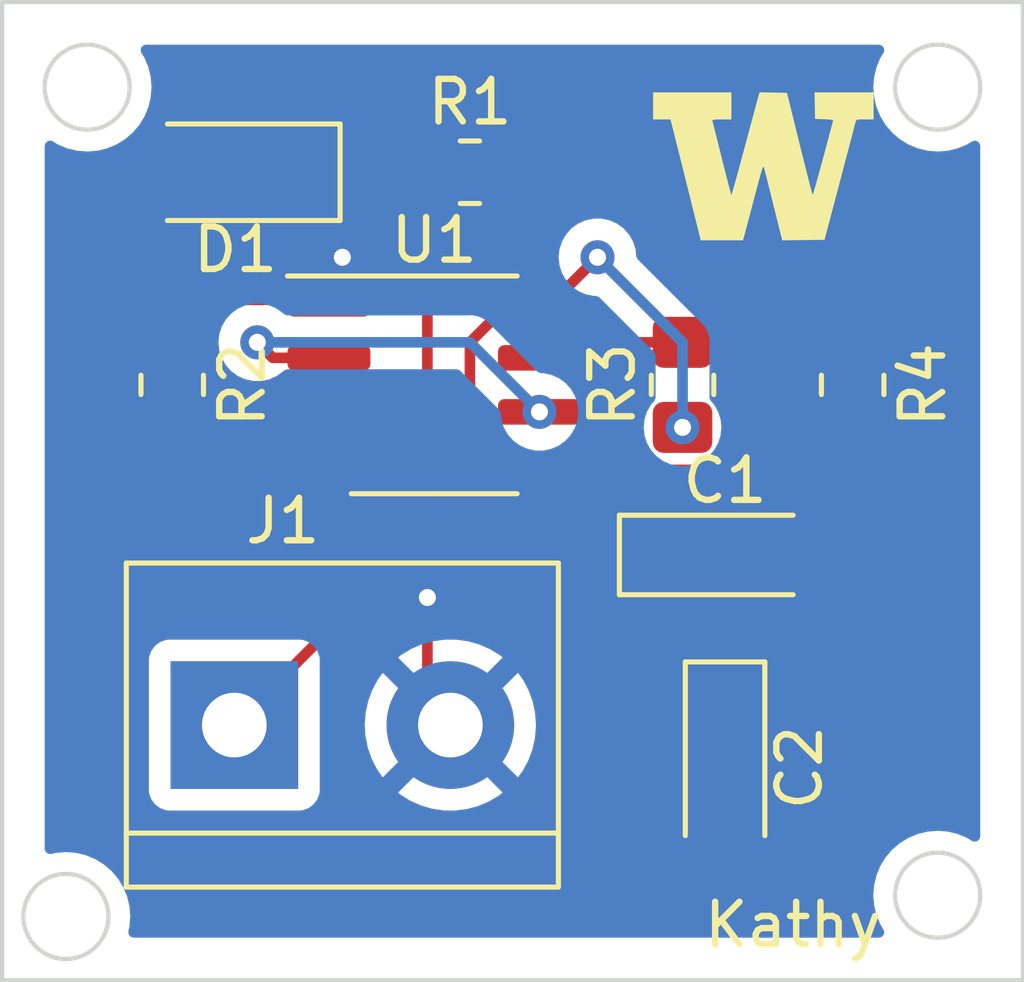
<source format=kicad_pcb>
(kicad_pcb (version 20211014) (generator pcbnew)
  (layers (0 "F.Cu" signal) (31 "B.Cu" signal) (34 "B.Paste" user) (35 "F.Paste" user) (36 "B.SilkS" user "B.Silkscreen") (37 "F.SilkS" user "F.Silkscreen") (38 "B.Mask" user) (39 "F.Mask" user) (44 "Edge.Cuts" user))
  (net 0 "")
  (net 1 "Net-(C1-Pad1)")
  (net 2 "GND")
  (net 3 "/pin_2")
  (net 4 "Net-(D1-Pad1)")
  (net 5 "+9V")
  (net 6 "/pin_3")
  (net 7 "Net-(R3-Pad2)")
  (footprint "LED_SMD:LED_1206_3216Metric_Pad1.42x1.75mm_HandSolder" (layer "F.Cu") (at 148.4875 90 180)
    (fp_text reference "D1" (at 0 -1.82) (layer "F.SilkS"))
    (fp_text value "LED")
    (fp_line (start 1.6 -1.135) (end -2.46 -1.135) (layer "F.SilkS") (width 0.12))
    (fp_line (start -2.46 1.135) (end 1.6 1.135) (layer "F.SilkS") (width 0.12))
    (fp_line (start -2.46 -1.135) (end -2.46 1.135) (layer "F.SilkS") (width 0.12))
    (pad "1" smd roundrect (at -1.4875 0 180) (size 1.425 1.75) (layers "F.Cu" "F.Paste" "F.Mask") (roundrect_rratio 0.1754392982) (net 4 "Net-(D1-Pad1)"))
    (pad "2" smd roundrect (at 1.4875 0 180) (size 1.425 1.75) (layers "F.Cu" "F.Paste" "F.Mask") (roundrect_rratio 0.1754392982) (net 5 "+9V"))
  )
  (footprint "Resistor_SMD:R_0805_2012Metric_Pad1.20x1.40mm_HandSolder" (layer "F.Cu") (at 163 95 -90)
    (fp_text reference "R4" (at 0 -1.65 90) (layer "F.SilkS"))
    (fp_text value "10k")
    (fp_line (start -0.227064 -0.735) (end 0.227064 -0.735) (layer "F.SilkS") (width 0.12))
    (fp_line (start -0.227064 0.735) (end 0.227064 0.735) (layer "F.SilkS") (width 0.12))
    (pad "1" smd roundrect (at -1 0 270) (size 1.2 1.4) (layers "F.Cu" "F.Paste" "F.Mask") (roundrect_rratio 0.2083333333) (net 7 "Net-(R3-Pad2)"))
    (pad "2" smd roundrect (at 1 0 270) (size 1.2 1.4) (layers "F.Cu" "F.Paste" "F.Mask") (roundrect_rratio 0.2083333333) (net 3 "/pin_2"))
  )
  (footprint "Package_SO:SOIC-8_3.9x4.9mm_P1.27mm" (layer "F.Cu") (at 153.16 95)
    (fp_text reference "U1" (at 0 -3.4) (layer "F.SilkS"))
    (fp_text value "NE555D")
    (fp_line (start 0 2.56) (end -1.95 2.56) (layer "F.SilkS") (width 0.12))
    (fp_line (start 0 -2.56) (end -3.45 -2.56) (layer "F.SilkS") (width 0.12))
    (fp_line (start 0 -2.56) (end 1.95 -2.56) (layer "F.SilkS") (width 0.12))
    (fp_line (start 0 2.56) (end 1.95 2.56) (layer "F.SilkS") (width 0.12))
    (pad "1" smd roundrect (at -2.475 -1.905) (size 1.95 0.6) (layers "F.Cu" "F.Paste" "F.Mask") (net 2 "GND"))
    (pad "2" smd roundrect (at -2.475 -0.635) (size 1.95 0.6) (layers "F.Cu" "F.Paste" "F.Mask") (net 3 "/pin_2"))
    (pad "3" smd roundrect (at -2.475 0.635) (size 1.95 0.6) (layers "F.Cu" "F.Paste" "F.Mask") (net 6 "/pin_3"))
    (pad "4" smd roundrect (at -2.475 1.905) (size 1.95 0.6) (layers "F.Cu" "F.Paste" "F.Mask") (net 5 "+9V"))
    (pad "5" smd roundrect (at 2.475 1.905) (size 1.95 0.6) (layers "F.Cu" "F.Paste" "F.Mask") (net 1 "Net-(C1-Pad1)"))
    (pad "6" smd roundrect (at 2.475 0.635) (size 1.95 0.6) (layers "F.Cu" "F.Paste" "F.Mask") (net 3 "/pin_2"))
    (pad "7" smd roundrect (at 2.475 -0.635) (size 1.95 0.6) (layers "F.Cu" "F.Paste" "F.Mask") (net 7 "Net-(R3-Pad2)"))
    (pad "8" smd roundrect (at 2.475 -1.905) (size 1.95 0.6) (layers "F.Cu" "F.Paste" "F.Mask") (net 5 "+9V"))
  )
  (footprint "Capacitor_Tantalum_SMD:CP_EIA-3216-18_Kemet-A_Pad1.58x1.35mm_HandSolder" (layer "F.Cu") (at 160 99)
    (fp_text reference "C1" (at 0 -1.75) (layer "F.SilkS"))
    (fp_text value "0.01uF")
    (fp_line (start -2.485 0.935) (end 1.6 0.935) (layer "F.SilkS") (width 0.12))
    (fp_line (start 1.6 -0.935) (end -2.485 -0.935) (layer "F.SilkS") (width 0.12))
    (fp_line (start -2.485 -0.935) (end -2.485 0.935) (layer "F.SilkS") (width 0.12))
    (pad "1" smd roundrect (at -1.4375 0) (size 1.575 1.35) (layers "F.Cu" "F.Paste" "F.Mask") (roundrect_rratio 0.1851851852) (net 1 "Net-(C1-Pad1)"))
    (pad "2" smd roundrect (at 1.4375 0) (size 1.575 1.35) (layers "F.Cu" "F.Paste" "F.Mask") (roundrect_rratio 0.1851851852) (net 2 "GND"))
  )
  (footprint "Resistor_SMD:R_0805_2012Metric_Pad1.20x1.40mm_HandSolder" (layer "F.Cu") (at 147 95 -90)
    (fp_text reference "R2" (at 0 -1.65 90) (layer "F.SilkS"))
    (fp_text value "10k")
    (fp_line (start -0.227064 0.735) (end 0.227064 0.735) (layer "F.SilkS") (width 0.12))
    (fp_line (start -0.227064 -0.735) (end 0.227064 -0.735) (layer "F.SilkS") (width 0.12))
    (pad "1" smd roundrect (at -1 0 270) (size 1.2 1.4) (layers "F.Cu" "F.Paste" "F.Mask") (roundrect_rratio 0.2083333333) (net 2 "GND"))
    (pad "2" smd roundrect (at 1 0 270) (size 1.2 1.4) (layers "F.Cu" "F.Paste" "F.Mask") (roundrect_rratio 0.2083333333) (net 6 "/pin_3"))
  )
  (footprint "Resistor_SMD:R_0805_2012Metric_Pad1.20x1.40mm_HandSolder" (layer "F.Cu") (at 159 95 90)
    (fp_text reference "R3" (at 0 -1.65 90) (layer "F.SilkS"))
    (fp_text value "1k")
    (fp_line (start -0.227064 0.735) (end 0.227064 0.735) (layer "F.SilkS") (width 0.12))
    (fp_line (start -0.227064 -0.735) (end 0.227064 -0.735) (layer "F.SilkS") (width 0.12))
    (pad "1" smd roundrect (at -1 0 90) (size 1.2 1.4) (layers "F.Cu" "F.Paste" "F.Mask") (roundrect_rratio 0.2083333333) (net 5 "+9V"))
    (pad "2" smd roundrect (at 1 0 90) (size 1.2 1.4) (layers "F.Cu" "F.Paste" "F.Mask") (roundrect_rratio 0.2083333333) (net 7 "Net-(R3-Pad2)"))
  )
  (footprint "uw_logo:uw_logo_kicad_finished" (layer "F.Cu") (at 160.9 90.1)
    (fp_text reference "G***" hide)
    (fp_text value "LOGO" hide)
    (fp_poly (pts (xy 0.233761 -1.973267) (xy 0.556351 -1.966965) (xy 0.852348 -0.767526) (xy 0.908241 -0.54195) (xy 0.961144 -0.330202) (xy 1.010025 -0.136297) (xy 1.053851 0.035752) (xy 1.091589 0.181932) (xy 1.122207 0.29823) (xy 1.144671 0.380631) (xy 1.157949 0.425122) (xy 1.160992 0.431982) (xy 1.168847 0.41096) (xy 1.186805 0.351654) (xy 1.213323 0.259743) (xy 1.246859 0.140906) (xy 1.285869 0.000822) (xy 1.32881 -0.154831) (xy 1.37414 -0.320373) (xy 1.420314 -0.490126) (xy 1.46579 -0.658412) (xy 1.509026 -0.819551) (xy 1.548477 -0.967864) (xy 1.5826 -1.097673) (xy 1.609854 -1.203299) (xy 1.628693 -1.279064) (xy 1.637577 -1.319288) (xy 1.638065 -1.323721) (xy 1.61662 -1.331426) (xy 1.559762 -1.338683) (xy 1.47755 -1.34441) (xy 1.426903 -1.346461) (xy 1.216562 -1.352999) (xy 1.210236 -1.665667) (xy 1.203909 -1.978334) (xy 2.592301 -1.978334) (xy 2.592301 -1.341629) (xy 2.388079 -1.341629) (xy 2.291207 -1.34117) (xy 2.230389 -1.338006) (xy 2.1962 -1.329451) (xy 2.179214 -1.312824) (xy 2.170006 -1.28544) (xy 2.16843 -1.279095) (xy 2.159998 -1.246393) (xy 2.141016 -1.173703) (xy 2.112531 -1.065013) (xy 2.075591 -0.92431) (xy 2.031244 -0.755581) (xy 1.980539 -0.562813) (xy 1.924523 -0.349995) (xy 1.864244 -0.121112) (xy 1.800751 0.119846) (xy 1.796378 0.136437) (xy 1.439751 1.489436) (xy 0.941366 1.495542) (xy 0.442981 1.501647) (xy 0.240494 0.68829) (xy 0.193476 0.499653) (xy 0.149126 0.322149) (xy 0.108832 0.161301) (xy 0.073981 0.022632) (xy 0.045961 -0.088337) (xy 0.026161 -0.166083) (xy 0.016085 -0.204655) (xy 0.009598 -0.222311) (xy 0.001887 -0.22732) (xy -0.008224 -0.216015) (xy -0.021916 -0.184729) (xy -0.040364 -0.129794) (xy -0.064748 -0.047545) (xy -0.096245 0.065686) (xy -0.136033 0.213566) (xy -0.18529 0.399761) (xy -0.217679 0.523008) (xy -0.26707 0.710957) (xy -0.313746 0.888083) (xy -0.35623 1.048814) (xy -0.393044 1.187582) (xy -0.422711 1.298814) (xy -0.443752 1.376942) (xy -0.454438 1.415533) (xy -0.479355 1.500806) (xy -1.472387 1.500806) (xy -1.806007 0.164862) (xy -1.866291 -0.076459) (xy -1.923814 -0.306565) (xy -1.97754 -0.521329) (xy -2.026436 -0.716627) (xy -2.069468 -0.888331) (xy -2.105603 -1.032317) (xy -2.133805 -1.144459) (xy -2.153041 -1.22063) (xy -2.162184 -1.256356) (xy -2.184743 -1.341629) (xy -2.592301 -1.341629) (xy -2.592301 -1.978334) (xy -0.750403 -1.978334) (xy -0.750403 -1.341629) (xy -0.98023 -1.341629) (xy -1.089129 -1.340217) (xy -1.158259 -1.335494) (xy -1.193257 -1.32673) (xy -1.199764 -1.313205) (xy -1.192147 -1.285462) (xy -1.174836 -1.218526) (xy -1.149079 -1.117347) (xy -1.116127 -0.986874) (xy -1.077227 -0.832057) (xy -1.03363 -0.657845) (xy -0.986585 -0.469189) (xy -0.975928 -0.426365) (xy -0.928418 -0.23655) (xy -0.883994 -0.061297) (xy -0.843898 0.094652) (xy -0.809375 0.226558) (xy -0.781668 0.329679) (xy -0.762022 0.399275) (xy -0.751681 0.430604) (xy -0.75071 0.431903) (xy -0.742724 0.410589) (xy -0.724235 0.349482) (xy -0.696401 0.252749) (xy -0.660382 0.124556) (xy -0.617337 -0.030933) (xy -0.568425 -0.20955) (xy -0.514805 -0.407131) (xy -0.457638 -0.619508) (xy -0.445377 -0.665277) (xy -0.386608 -0.884648) (xy -0.330499 -1.093754) (xy -0.278326 -1.287866) (xy -0.231363 -1.462255) (xy -0.190886 -1.612191) (xy -0.15817 -1.732943) (xy -0.134491 -1.819784) (xy -0.121124 -1.867983) (xy -0.120275 -1.87094) (xy -0.088829 -1.97957)) (layer "F.SilkS") (width 0) (fill solid))
  )
  (footprint "Resistor_SMD:R_0805_2012Metric_Pad1.20x1.40mm_HandSolder" (layer "F.Cu") (at 154 90)
    (fp_text reference "R1" (at 0 -1.65) (layer "F.SilkS"))
    (fp_text value "10k")
    (fp_line (start -0.227064 -0.735) (end 0.227064 -0.735) (layer "F.SilkS") (width 0.12))
    (fp_line (start -0.227064 0.735) (end 0.227064 0.735) (layer "F.SilkS") (width 0.12))
    (pad "1" smd roundrect (at -1 0) (size 1.2 1.4) (layers "F.Cu" "F.Paste" "F.Mask") (roundrect_rratio 0.2083333333) (net 4 "Net-(D1-Pad1)"))
    (pad "2" smd roundrect (at 1 0) (size 1.2 1.4) (layers "F.Cu" "F.Paste" "F.Mask") (roundrect_rratio 0.2083333333) (net 6 "/pin_3"))
  )
  (footprint "TerminalBlock:TerminalBlock_bornier-2_P5.08mm" (layer "F.Cu") (at 148.46 103)
    (fp_text reference "J1" (at 1.14 -4.8) (layer "F.SilkS"))
    (fp_text value "Conn_01x02_Male")
    (fp_line (start -2.54 -3.81) (end -2.54 3.81) (layer "F.SilkS") (width 0.12))
    (fp_line (start 7.62 3.81) (end 7.62 -3.81) (layer "F.SilkS") (width 0.12))
    (fp_line (start -2.54 3.81) (end 7.62 3.81) (layer "F.SilkS") (width 0.12))
    (fp_line (start 7.62 -3.81) (end -2.54 -3.81) (layer "F.SilkS") (width 0.12))
    (fp_line (start 7.62 2.54) (end -2.54 2.54) (layer "F.SilkS") (width 0.12))
    (pad "1" thru_hole rect (at 0 0) (size 3 3) (drill 1.52) (layers *.Cu *.Mask) (net 5 "+9V"))
    (pad "2" thru_hole circle (at 5.08 0) (size 3 3) (drill 1.52) (layers *.Cu *.Mask) (net 2 "GND"))
  )
  (footprint "Capacitor_Tantalum_SMD:CP_EIA-3216-18_Kemet-A_Pad1.58x1.35mm_HandSolder" (layer "F.Cu") (at 160 104 -90)
    (fp_text reference "C2" (at 0 -1.75 90) (layer "F.SilkS"))
    (fp_text value "10uF")
    (fp_line (start -2.485 0.935) (end 1.6 0.935) (layer "F.SilkS") (width 0.12))
    (fp_line (start -2.485 -0.935) (end -2.485 0.935) (layer "F.SilkS") (width 0.12))
    (fp_line (start 1.6 -0.935) (end -2.485 -0.935) (layer "F.SilkS") (width 0.12))
    (pad "1" smd roundrect (at -1.4375 0 270) (size 1.575 1.35) (layers "F.Cu" "F.Paste" "F.Mask") (roundrect_rratio 0.1851851852) (net 3 "/pin_2"))
    (pad "2" smd roundrect (at 1.4375 0 270) (size 1.575 1.35) (layers "F.Cu" "F.Paste" "F.Mask") (roundrect_rratio 0.1851851852) (net 2 "GND"))
  )
  (gr_circle (center 145 88) (end 144 88) (layer "Edge.Cuts") (width 0.1) (fill none))
  (gr_line (start 167 109) (end 167 86) (layer "Edge.Cuts") (width 0.1))
  (gr_circle (center 144.5 107.5) (end 145.5 107.5) (layer "Edge.Cuts") (width 0.1) (fill none))
  (gr_line (start 143 109) (end 167 109) (layer "Edge.Cuts") (width 0.1))
  (gr_circle (center 165 107) (end 166 107) (layer "Edge.Cuts") (width 0.1) (fill none))
  (gr_circle (center 165 88) (end 165 89) (layer "Edge.Cuts") (width 0.1) (fill none))
  (gr_line (start 143 86) (end 143 109) (layer "Edge.Cuts") (width 0.1))
  (gr_line (start 167 86) (end 143 86) (layer "Edge.Cuts") (width 0.1))
  (gr_text "Kathy" (at 161.6 107.7) (layer "F.SilkS") (effects (font (size 1 1))))
  (segment (start 155.635 96.905) (end 156.4675 96.905) (width 0.25) (layer "F.Cu") (net 1))
  (segment (start 156.4675 96.905) (end 158.5625 99) (width 0.25) (layer "F.Cu") (net 1))
  (segment (start 160 105.4375) (end 158 103.4375) (width 0.25) (layer "F.Cu") (net 2))
  (segment (start 147 93) (end 150.59 93) (width 0.25) (layer "F.Cu") (net 2))
  (segment (start 153 100) (end 153 102.46) (width 0.25) (layer "F.Cu") (net 2))
  (segment (start 158 101) (end 160 101) (width 0.25) (layer "F.Cu") (net 2))
  (segment (start 158 103.4375) (end 158 101) (width 0.25) (layer "F.Cu") (net 2))
  (segment (start 147 94) (end 147 93) (width 0.25) (layer "F.Cu") (net 2))
  (segment (start 150.59 93) (end 150.685 93.095) (width 0.25) (layer "F.Cu") (net 2))
  (segment (start 150.685 93.095) (end 150.685 92.315) (width 0.25) (layer "F.Cu") (net 2))
  (segment (start 160 105.4375) (end 155.9775 105.4375) (width 0.25) (layer "F.Cu") (net 2))
  (segment (start 155.9775 105.4375) (end 153.54 103) (width 0.25) (layer "F.Cu") (net 2))
  (segment (start 161.4375 99.5625) (end 161.4375 99) (width 0.25) (layer "F.Cu") (net 2))
  (segment (start 153 102.46) (end 153.54 103) (width 0.25) (layer "F.Cu") (net 2))
  (segment (start 150.685 92.315) (end 151 92) (width 0.25) (layer "F.Cu") (net 2))
  (segment (start 160 101) (end 161.4375 99.5625) (width 0.25) (layer "F.Cu") (net 2))
  (via (at 153 100) (size 0.8) (drill 0.4) (layers "F.Cu" "B.Cu") (net 2))
  (via (at 151 92) (size 0.8) (drill 0.4) (layers "F.Cu" "B.Cu") (net 2))
  (segment (start 145 96) (end 149 100) (width 0.25) (layer "B.Cu") (net 2))
  (segment (start 149 92) (end 145 96) (width 0.25) (layer "B.Cu") (net 2))
  (segment (start 149 100) (end 153 100) (width 0.25) (layer "B.Cu") (net 2))
  (segment (start 151 92) (end 149 92) (width 0.25) (layer "B.Cu") (net 2))
  (segment (start 158 97) (end 162 97) (width 0.25) (layer "F.Cu") (net 3))
  (segment (start 162 97) (end 163 96) (width 0.25) (layer "F.Cu") (net 3))
  (segment (start 163 96) (end 163 99.5625) (width 0.25) (layer "F.Cu") (net 3))
  (segment (start 149.365 94.365) (end 149 94) (width 0.25) (layer "F.Cu") (net 3))
  (segment (start 163 99.5625) (end 160 102.5625) (width 0.25) (layer "F.Cu") (net 3))
  (segment (start 155.635 95.635) (end 156.635 95.635) (width 0.25) (layer "F.Cu") (net 3))
  (segment (start 150.685 94.365) (end 149.365 94.365) (width 0.25) (layer "F.Cu") (net 3))
  (segment (start 156.635 95.635) (end 158 97) (width 0.25) (layer "F.Cu") (net 3))
  (via (at 155.635 95.635) (size 0.8) (drill 0.4) (layers "F.Cu" "B.Cu") (net 3))
  (via (at 149 94) (size 0.8) (drill 0.4) (layers "F.Cu" "B.Cu") (net 3))
  (segment (start 154 94) (end 155.635 95.635) (width 0.25) (layer "B.Cu") (net 3))
  (segment (start 149 94) (end 154 94) (width 0.25) (layer "B.Cu") (net 3))
  (segment (start 149.975 90) (end 153 90) (width 0.25) (layer "F.Cu") (net 4))
  (segment (start 154.905 93.095) (end 155.635 93.095) (width 0.25) (layer "F.Cu") (net 5))
  (segment (start 150.095 96.905) (end 150.685 96.905) (width 0.25) (layer "F.Cu") (net 5))
  (segment (start 154 94) (end 154.905 93.095) (width 0.25) (layer "F.Cu") (net 5))
  (segment (start 152 97) (end 154 95) (width 0.25) (layer "F.Cu") (net 5))
  (segment (start 154 95) (end 154 94) (width 0.25) (layer "F.Cu") (net 5))
  (segment (start 150.685 100.775) (end 148.46 103) (width 0.25) (layer "F.Cu") (net 5))
  (segment (start 145 92) (end 145 98) (width 0.25) (layer "F.Cu") (net 5))
  (segment (start 147 90) (end 145 92) (width 0.25) (layer "F.Cu") (net 5))
  (segment (start 155.905 93.095) (end 157 92) (width 0.25) (layer "F.Cu") (net 5))
  (segment (start 150.685 96.905) (end 151.905 96.905) (width 0.25) (layer "F.Cu") (net 5))
  (segment (start 149 98) (end 150.095 96.905) (width 0.25) (layer "F.Cu") (net 5))
  (segment (start 155.635 93.095) (end 155.905 93.095) (width 0.25) (layer "F.Cu") (net 5))
  (segment (start 150.685 96.905) (end 150.685 100.775) (width 0.25) (layer "F.Cu") (net 5))
  (segment (start 145 98) (end 149 98) (width 0.25) (layer "F.Cu") (net 5))
  (segment (start 151.905 96.905) (end 152 97) (width 0.25) (layer "F.Cu") (net 5))
  (via (at 159 96) (size 0.8) (drill 0.4) (layers "F.Cu" "B.Cu") (net 5))
  (via (at 157 92) (size 0.8) (drill 0.4) (layers "F.Cu" "B.Cu") (net 5))
  (segment (start 159 94) (end 159 96) (width 0.25) (layer "B.Cu") (net 5))
  (segment (start 157 92) (end 159 94) (width 0.25) (layer "B.Cu") (net 5))
  (segment (start 147 96) (end 150.32 96) (width 0.25) (layer "F.Cu") (net 6))
  (segment (start 155 90) (end 153 92) (width 0.25) (layer "F.Cu") (net 6))
  (segment (start 153 95) (end 152.365 95.635) (width 0.25) (layer "F.Cu") (net 6))
  (segment (start 152.365 95.635) (end 150.685 95.635) (width 0.25) (layer "F.Cu") (net 6))
  (segment (start 153 92) (end 153 95) (width 0.25) (layer "F.Cu") (net 6))
  (segment (start 150.32 96) (end 150.685 95.635) (width 0.25) (layer "F.Cu") (net 6))
  (segment (start 159 94) (end 163 94) (width 0.25) (layer "F.Cu") (net 7))
  (segment (start 156 94) (end 159 94) (width 0.25) (layer "F.Cu") (net 7))
  (segment (start 155.635 94.365) (end 156 94) (width 0.25) (layer "F.Cu") (net 7))
  (zone (net 2) (net_name "GND") (layer "B.Cu") (connect_pads (clearance 0.508)) (min_thickness 0.254) (fill yes (thermal_gap 0.508) (thermal_bridge_width 0.508))
    (polygon (pts (xy 166 108) (xy 144 108) (xy 144 87) (xy 166 87)))
  )
)
</source>
